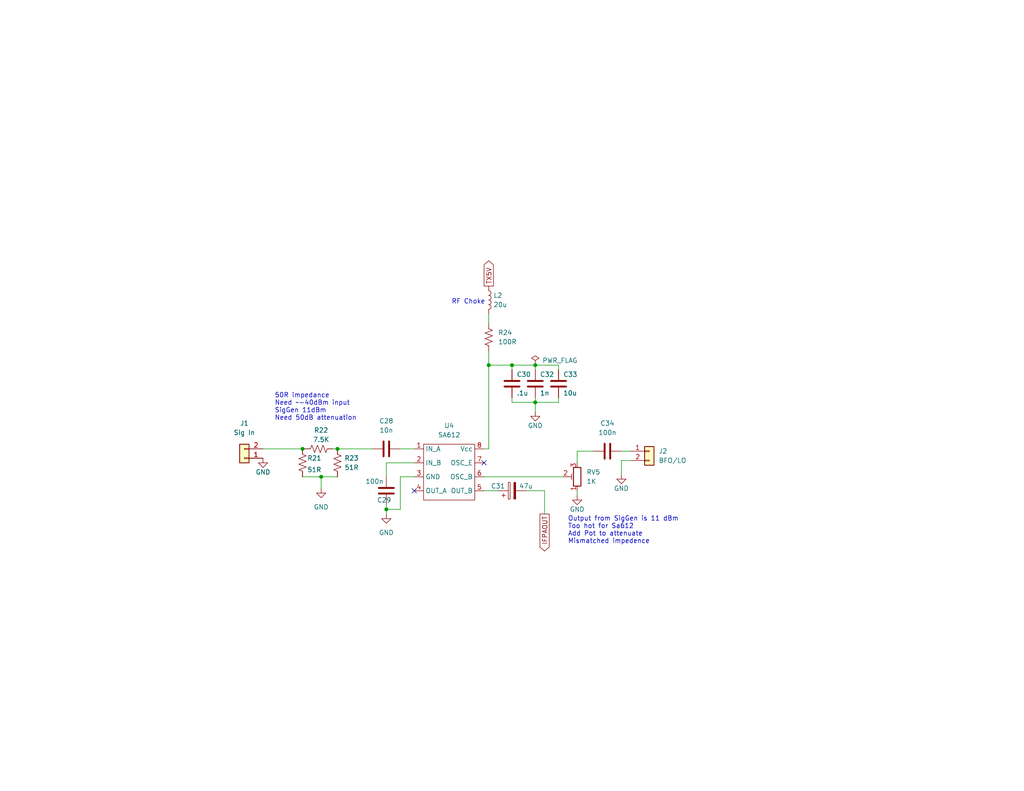
<source format=kicad_sch>
(kicad_sch (version 20211123) (generator eeschema)
  (paper "A")
  (title_block (date "2022-08-31") (rev "0.1a") (company "DATER (Dave Peter)"))
  (lib_symbols
    (symbol "Connector_Generic:Conn_01x02" (pin_names (offset 1.016) hide)
      (property "Reference" "J" (at 0 2.54 0))
      (property "Value" "Conn_01x02" (at 0 -5.08 0))
      (symbol "Conn_01x02_1_1"
        (rectangle (start -1.27 -2.413) (end 0 -2.667) (stroke (width 0.1524)))
        (rectangle (start -1.27 0.127) (end 0 -0.127) (stroke (width 0.1524)))
        (rectangle (start -1.27 1.27) (end 1.27 -3.81) (stroke (width 0.254)) (fill (type background)))
        (pin passive line (at -5.08 0 0) (length 3.81) (name "Pin_1") (number "1"))
        (pin passive line (at -5.08 -2.54 0) (length 3.81) (name "Pin_2") (number "2"))
      )
    )
    (symbol "Custom_RF:SA612"
      (property "Reference" "U" (at 1.27 10.16 0))
      (property "Value" "SA612" (at 1.27 -7.62 0))
      (symbol "SA612_0_1"
        (rectangle (start -6.35 8.89) (end 7.62 -6.35))
      )
      (symbol "SA612_1_1"
        (pin input line (at -8.89 7.62 0) (length 2.54) (name "IN_A") (number "1"))
        (pin input line (at -8.89 3.81 0) (length 2.54) (name "IN_B") (number "2"))
        (pin power_in line (at -8.89 0 0) (length 2.54) (name "GND") (number "3"))
        (pin output line (at -8.89 -3.81 0) (length 2.54) (name "OUT_A") (number "4"))
        (pin output line (at 10.16 -3.81 180) (length 2.54) (name "OUT_B") (number "5"))
        (pin input line (at 10.16 0 180) (length 2.54) (name "OSC_B") (number "6"))
        (pin input line (at 10.16 3.81 180) (length 2.54) (name "OSC_E") (number "7"))
        (pin power_in line (at 10.16 7.62 180) (length 2.54) (name "Vcc") (number "8"))
      )
    )
    (symbol "Device:C" (pin_numbers hide) (pin_names (offset 0.254))
      (property "Reference" "C" (at 0.635 2.54 0))
      (property "Value" "C" (at 0.635 -2.54 0))
      (symbol "C_0_1"
        (polyline (pts (xy -2.032 -0.762) (xy 2.032 -0.762)) (stroke (width 0.508)))
        (polyline (pts (xy -2.032 0.762) (xy 2.032 0.762)) (stroke (width 0.508)))
      )
      (symbol "C_1_1"
        (pin passive line (at 0 3.81 270) (length 2.794) (name "~") (number "1"))
        (pin passive line (at 0 -3.81 90) (length 2.794) (name "~") (number "2"))
      )
    )
    (symbol "Device:C_Polarized" (pin_numbers hide) (pin_names (offset 0.254))
      (property "Reference" "C" (at 0.635 2.54 0))
      (property "Value" "C_Polarized" (at 0.635 -2.54 0))
      (symbol "C_Polarized_0_1"
        (rectangle (start -2.286 0.508) (end 2.286 1.016))
        (polyline (pts (xy -1.778 2.286) (xy -0.762 2.286)))
        (polyline (pts (xy -1.27 2.794) (xy -1.27 1.778)))
        (rectangle (start 2.286 -0.508) (end -2.286 -1.016) (fill (type outline)))
      )
      (symbol "C_Polarized_1_1"
        (pin passive line (at 0 3.81 270) (length 2.794) (name "~") (number "1"))
        (pin passive line (at 0 -3.81 90) (length 2.794) (name "~") (number "2"))
      )
    )
    (symbol "Device:L" (pin_numbers hide) (pin_names (offset 1.016) hide)
      (property "Reference" "L" (at -1.27 0 90))
      (property "Value" "L" (at 1.905 0 90))
      (symbol "L_0_1"
        (arc (start 0 -2.54) (mid 0.635 -1.905) (end 0 -1.27))
        (arc (start 0 -1.27) (mid 0.635 -0.635) (end 0 0))
        (arc (start 0 0) (mid 0.635 0.635) (end 0 1.27))
        (arc (start 0 1.27) (mid 0.635 1.905) (end 0 2.54))
      )
      (symbol "L_1_1"
        (pin passive line (at 0 3.81 270) (length 1.27) (name "1") (number "1"))
        (pin passive line (at 0 -3.81 90) (length 1.27) (name "2") (number "2"))
      )
    )
    (symbol "Device:R_Potentiometer_Trim" (pin_names (offset 1.016) hide)
      (property "Reference" "RV" (at -4.445 0 90))
      (property "Value" "R_Potentiometer_Trim" (at -2.54 0 90))
      (symbol "R_Potentiometer_Trim_0_1"
        (polyline (pts (xy 1.524 0.762) (xy 1.524 -0.762)))
        (polyline (pts (xy 2.54 0) (xy 1.524 0)))
        (rectangle (start 1.016 2.54) (end -1.016 -2.54) (stroke (width 0.254)))
      )
      (symbol "R_Potentiometer_Trim_1_1"
        (pin passive line (at 0 3.81 270) (length 1.27) (name "1") (number "1"))
        (pin passive line (at 3.81 0 180) (length 1.27) (name "2") (number "2"))
        (pin passive line (at 0 -3.81 90) (length 1.27) (name "3") (number "3"))
      )
    )
    (symbol "Device:R_US" (pin_numbers hide) (pin_names (offset 0))
      (property "Reference" "R" (at 2.54 0 90))
      (property "Value" "R_US" (at -2.54 0 90))
      (symbol "R_US_0_1"
        (polyline (pts (xy 0 -2.286) (xy 0 -2.54)))
        (polyline (pts (xy 0 2.286) (xy 0 2.54)))
        (polyline (pts (xy 0 -0.762) (xy 1.016 -1.143) (xy 0 -1.524) (xy -1.016 -1.905) (xy 0 -2.286)))
        (polyline (pts (xy 0 0.762) (xy 1.016 0.381) (xy 0 0) (xy -1.016 -0.381) (xy 0 -0.762)))
        (polyline (pts (xy 0 2.286) (xy 1.016 1.905) (xy 0 1.524) (xy -1.016 1.143) (xy 0 0.762)))
      )
      (symbol "R_US_1_1"
        (pin passive line (at 0 3.81 270) (length 1.27) (name "~") (number "1"))
        (pin passive line (at 0 -3.81 90) (length 1.27) (name "~") (number "2"))
      )
    )
    (symbol "power:GND" (power) (pin_names (offset 0))
      (property "Value" "GND" (at 0 -3.81 0))
      (symbol "GND_0_1"
        (polyline (pts (xy 0 0) (xy 0 -1.27) (xy 1.27 -1.27) (xy 0 -2.54) (xy -1.27 -1.27) (xy 0 -1.27)))
      )
      (symbol "GND_1_1"
        (pin power_in line (at 0 0 270) (length 0) hide (name "GND") (number "1"))
      )
    )
    (symbol "power:PWR_FLAG" (power) (pin_numbers hide) (pin_names (offset 0) hide)
      (property "Value" "PWR_FLAG" (at 0 3.81 0))
      (symbol "PWR_FLAG_0_0"
        (pin power_out line (at 0 0 90) (length 0) (name "pwr") (number "1"))
      )
      (symbol "PWR_FLAG_0_1"
        (polyline (pts (xy 0 0) (xy 0 1.27) (xy -1.016 1.905) (xy 0 2.54) (xy 1.016 1.905) (xy 0 1.27)))
      )
    )
  )
  (junction (at 82.55 122.555))
  (junction (at 105.41 139.065))
  (junction (at 133.35 99.695))
  (junction (at 87.63 130.175))
  (junction (at 146.05 99.695))
  (junction (at 146.05 109.855))
  (junction (at 139.7 99.695))
  (junction (at 92.075 122.555))
  (no_connect (at 113.03 133.985))
  (no_connect (at 132.08 126.365))
  (wire (pts (xy 157.48 133.985) (xy 157.48 135.255)))
  (wire (pts (xy 139.7 99.695) (xy 146.05 99.695)))
  (wire (pts (xy 87.63 130.175) (xy 87.63 133.35)))
  (wire (pts (xy 148.59 133.985) (xy 143.51 133.985)))
  (wire (pts (xy 109.22 139.065) (xy 109.22 130.175)))
  (wire (pts (xy 109.22 130.175) (xy 113.03 130.175)))
  (wire (pts (xy 139.7 99.695) (xy 139.7 100.965)))
  (wire (pts (xy 133.35 99.695) (xy 133.35 122.555)))
  (wire (pts (xy 139.7 109.855) (xy 146.05 109.855)))
  (wire (pts (xy 133.35 95.885) (xy 133.35 99.695)))
  (wire (pts (xy 146.05 109.855) (xy 146.05 108.585)))
  (wire (pts (xy 92.075 122.555) (xy 101.6 122.555)))
  (wire (pts (xy 146.05 109.855) (xy 146.05 112.395)))
  (wire (pts (xy 152.4 108.585) (xy 152.4 109.855)))
  (wire (pts (xy 71.755 122.555) (xy 82.55 122.555)))
  (wire (pts (xy 152.4 99.695) (xy 152.4 100.965)))
  (wire (pts (xy 169.545 123.19) (xy 172.085 123.19)))
  (wire (pts (xy 146.05 99.695) (xy 146.05 100.965)))
  (wire (pts (xy 172.085 125.73) (xy 169.545 125.73)))
  (wire (pts (xy 87.63 130.175) (xy 92.075 130.175)))
  (wire (pts (xy 82.55 122.555) (xy 83.185 122.555)))
  (wire (pts (xy 139.7 108.585) (xy 139.7 109.855)))
  (wire (pts (xy 105.41 139.065) (xy 109.22 139.065)))
  (wire (pts (xy 161.925 123.19) (xy 157.48 123.19)))
  (wire (pts (xy 113.03 126.365) (xy 105.41 126.365)))
  (wire (pts (xy 169.545 125.73) (xy 169.545 129.54)))
  (wire (pts (xy 105.41 126.365) (xy 105.41 130.175)))
  (wire (pts (xy 90.805 122.555) (xy 92.075 122.555)))
  (wire (pts (xy 153.67 130.175) (xy 132.08 130.175)))
  (wire (pts (xy 135.89 133.985) (xy 132.08 133.985)))
  (wire (pts (xy 157.48 123.19) (xy 157.48 126.365)))
  (wire (pts (xy 105.41 139.065) (xy 105.41 140.335)))
  (wire (pts (xy 133.35 85.725) (xy 133.35 88.265)))
  (wire (pts (xy 133.35 99.695) (xy 139.7 99.695)))
  (wire (pts (xy 82.55 130.175) (xy 87.63 130.175)))
  (wire (pts (xy 148.59 140.335) (xy 148.59 133.985)))
  (wire (pts (xy 146.05 109.855) (xy 152.4 109.855)))
  (wire (pts (xy 133.35 122.555) (xy 132.08 122.555)))
  (wire (pts (xy 105.41 137.795) (xy 105.41 139.065)))
  (wire (pts (xy 146.05 99.695) (xy 152.4 99.695)))
  (wire (pts (xy 109.22 122.555) (xy 113.03 122.555)))
  (text "Output from SigGen is 11 dBm \nToo hot for Sa612\nAdd Pot to attenuate\nMismatched impedence" (at 154.94 148.59 0) (effects (font (size 1.27 1.27)) (justify left bottom)))
  (text "RF Choke" (at 123.19 83.185 0) (effects (font (size 1.27 1.27)) (justify left bottom)))
  (text "50R impedance\nNeed ~-40dBm input\nSigGen 11dBm\nNeed 50dB attenuation" (at 74.93 114.935 0) (effects (font (size 1.27 1.27)) (justify left bottom)))
  (global_label "TX5V" (shape output) (at 133.35 78.105 90) (property "Intersheet References" "${INTERSHEET_REFS}" (effects hide)))
  (global_label "IFPAOUT" (shape output) (at 148.59 140.335 270) (property "Intersheet References" "${INTERSHEET_REFS}" (effects hide)))
  (symbol (lib_id "power:GND") (at 105.41 140.335 0) (unit 1)
    (property "Reference" "#PWR025" (effects hide))
    (property "Value" "GND" (at 105.41 145.415 0))
  )
  (symbol (lib_id "Device:R_US") (at 82.55 126.365 0) (unit 1)
    (property "Reference" "R21" (at 83.82 125.095 0) (effects (justify left)))
    (property "Value" "51R" (at 83.82 128.27 0) (effects (justify left)))
    (property "Footprint" "Resistor_SMD:R_1206_3216Metric" (effects hide))
  )
  (symbol (lib_id "Device:C") (at 105.41 122.555 90) (unit 1)
    (property "Reference" "C28" (at 105.41 114.935 90))
    (property "Value" "10n" (at 105.41 117.475 90))
    (property "Footprint" "Capacitor_SMD:C_1206_3216Metric" (effects hide))
  )
  (symbol (lib_id "Device:R_US") (at 133.35 92.075 0) (unit 1)
    (property "Reference" "R24" (at 135.89 90.8049 0) (effects (justify left)))
    (property "Value" "100R" (at 135.89 93.3449 0) (effects (justify left)))
    (property "Footprint" "Resistor_SMD:R_1206_3216Metric" (effects hide))
  )
  (symbol (lib_id "power:GND") (at 157.48 135.255 0) (unit 1)
    (property "Reference" "#PWR027" (effects hide))
    (property "Value" "GND" (at 157.48 139.065 0))
  )
  (symbol (lib_id "Device:R_US") (at 92.075 126.365 0) (unit 1)
    (property "Reference" "R23" (at 93.98 125.0949 0) (effects (justify left)))
    (property "Value" "51R" (at 93.98 127.6349 0) (effects (justify left)))
    (property "Footprint" "Resistor_SMD:R_1206_3216Metric" (effects hide))
  )
  (symbol (lib_id "Connector_Generic:Conn_01x02") (at 66.675 125.095 180) (unit 1)
    (property "Reference" "J1" (at 66.675 115.57 0))
    (property "Value" "Sig In" (at 66.675 118.11 0))
    (property "Footprint" "Connector_PinHeader_2.54mm:PinHeader_1x02_P2.54mm_Vertical" (effects hide))
  )
  (symbol (lib_id "Device:C") (at 139.7 104.775 0) (unit 1)
    (property "Reference" "C30" (at 140.97 102.235 0) (effects (justify left)))
    (property "Value" ".1u" (at 140.97 107.315 0) (effects (justify left)))
    (property "Footprint" "Capacitor_SMD:C_1206_3216Metric" (effects hide))
  )
  (symbol (lib_id "Custom_RF:SA612") (at 121.92 130.175 0) (unit 1)
    (property "Reference" "U4" (at 122.555 116.205 0))
    (property "Value" "SA612" (at 122.555 118.745 0))
    (property "Footprint" "Package_DIP:DIP-8_W7.62mm_Socket" (effects hide))
  )
  (symbol (lib_id "Connector_Generic:Conn_01x02") (at 177.165 123.19 0) (unit 1)
    (property "Reference" "J2" (at 179.705 123.1899 0) (effects (justify left)))
    (property "Value" "BFO/LO" (at 179.705 125.7299 0) (effects (justify left)))
    (property "Footprint" "Connector_PinHeader_2.54mm:PinHeader_1x02_P2.54mm_Vertical" (effects hide))
  )
  (symbol (lib_id "Device:C") (at 105.41 133.985 0) (unit 1)
    (property "Reference" "C29" (at 102.87 136.525 0) (effects (justify left)))
    (property "Value" "100n" (at 99.695 131.445 0) (effects (justify left)))
    (property "Footprint" "Capacitor_SMD:C_1206_3216Metric" (effects hide))
  )
  (symbol (lib_id "power:GND") (at 71.755 125.095 0) (unit 1)
    (property "Reference" "#PWR023" (effects hide))
    (property "Value" "GND" (at 71.755 128.905 0))
  )
  (symbol (lib_id "Device:R_US") (at 86.995 122.555 90) (unit 1)
    (property "Reference" "R22" (at 87.63 117.475 90))
    (property "Value" "7.5K" (at 87.63 120.015 90))
    (property "Footprint" "Resistor_SMD:R_1206_3216Metric" (effects hide))
  )
  (symbol (lib_id "power:GND") (at 87.63 133.35 0) (unit 1)
    (property "Reference" "#PWR024" (effects hide))
    (property "Value" "GND" (at 87.63 138.43 0))
  )
  (symbol (lib_id "Device:C") (at 165.735 123.19 270) (unit 1)
    (property "Reference" "C34" (at 165.735 115.57 90))
    (property "Value" "100n" (at 165.735 118.11 90))
    (property "Footprint" "Capacitor_SMD:C_1206_3216Metric" (effects hide))
  )
  (symbol (lib_id "power:PWR_FLAG") (at 146.05 99.695 0) (unit 1)
    (property "Reference" "#FLG01" (effects hide))
    (property "Value" "PWR_FLAG" (at 147.955 98.4249 0) (effects (justify left)))
  )
  (symbol (lib_id "Device:R_Potentiometer_Trim") (at 157.48 130.175 180) (unit 1)
    (property "Reference" "RV5" (at 160.02 128.9049 0) (effects (justify right)))
    (property "Value" "1K" (at 160.02 131.4449 0) (effects (justify right)))
    (property "Footprint" "Potentiometer_THT:Potentiometer_Bourns_3296W_Vertical" (effects hide))
  )
  (symbol (lib_id "power:GND") (at 169.545 129.54 0) (unit 1)
    (property "Reference" "#PWR028" (effects hide))
    (property "Value" "GND" (at 169.545 133.35 0))
  )
  (symbol (lib_id "Device:L") (at 133.35 81.915 0) (unit 1)
    (property "Reference" "L2" (at 134.62 80.6449 0) (effects (justify left)))
    (property "Value" "20u" (at 134.62 83.1849 0) (effects (justify left)))
    (property "Footprint" "Inductor_SMD:L_1206_3216Metric" (effects hide))
  )
  (symbol (lib_id "Device:C_Polarized") (at 139.7 133.985 90) (unit 1)
    (property "Reference" "C31" (at 135.89 132.715 90))
    (property "Value" "47u" (at 143.51 132.715 90))
    (property "Footprint" "Capacitor_THT:CP_Radial_D8.0mm_P2.50mm" (effects hide))
  )
  (symbol (lib_id "Device:C") (at 146.05 104.775 0) (unit 1)
    (property "Reference" "C32" (at 147.32 102.235 0) (effects (justify left)))
    (property "Value" "1n" (at 147.32 107.315 0) (effects (justify left)))
    (property "Footprint" "Capacitor_SMD:C_1206_3216Metric" (effects hide))
  )
  (symbol (lib_id "Device:C") (at 152.4 104.775 0) (unit 1)
    (property "Reference" "C33" (at 153.67 102.235 0) (effects (justify left)))
    (property "Value" "10u" (at 153.67 107.315 0) (effects (justify left)))
    (property "Footprint" "Capacitor_SMD:C_1206_3216Metric" (effects hide))
  )
  (symbol (lib_id "power:GND") (at 146.05 112.395 0) (unit 1)
    (property "Reference" "#PWR026" (effects hide))
    (property "Value" "GND" (at 146.05 116.205 0))
  )
)
</source>
